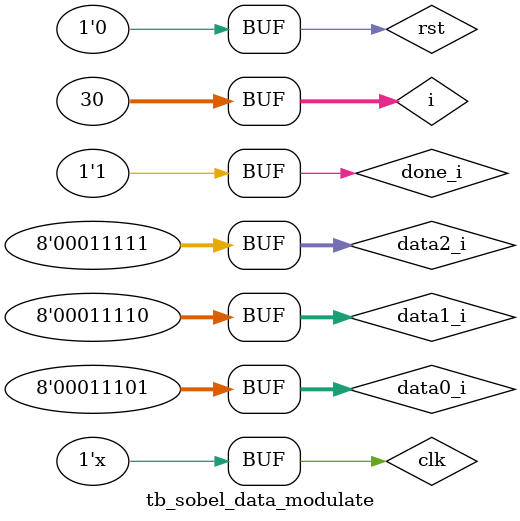
<source format=v>
`timescale 1ns / 1ps
`define CLK_PERIOD 10

module tb_sobel_data_modulate();

reg        clk;
reg        rst;

reg  [7:0] data0_i;
reg  [7:0] data1_i;
reg  [7:0] data2_i;
    
reg        done_i;
      
wire [7:0] data0_o;
wire [7:0] data1_o;
wire [7:0] data2_o;
wire [7:0] data3_o;
wire [7:0] data4_o;
wire [7:0] data5_o;
wire [7:0] data6_o;
wire [7:0] data7_o;
wire [7:0] data8_o;
    
wire       done_o;

sobel_data_modulate sobel_data_modulate_01( 
    .clk(clk),
    .rst(rst),
    
    .data0_i(data0_i),
    .data1_i(data1_i),
    .data2_i(data2_i),
    
    .done_i(done_i),
      
    .data0_o(data0_o),
    .data1_o(data1_o),
    .data2_o(data2_o),
    .data3_o(data3_o),
    .data4_o(data4_o),
    .data5_o(data5_o),
    .data6_o(data6_o),
    .data7_o(data7_o),
    .data8_o (data8_o),
    
    .done_o(done_o)  
);

initial clk = 1'b1;

always #(`CLK_PERIOD/2) clk = ~clk;

integer i;

initial begin
 rst     = 1'b1;
 
 data0_i = 8'd0;
 data1_i = 8'd0;
 data2_i = 8'd0;
 
 done_i  = 1'b0;
 
 #(`CLK_PERIOD);
 rst     = 1'b0;
 done_i  = 1'b1;
 
 for (i = 1; i < 30; i = i + 1) begin
     data0_i = i;
     data1_i = i + 1;
     data2_i = i + 2;
     #(`CLK_PERIOD);
 end
 
end

endmodule

</source>
